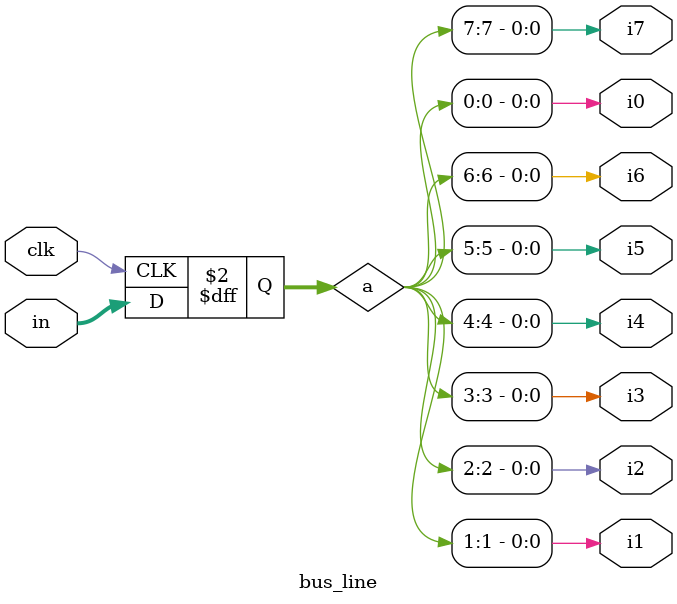
<source format=v>
`timescale 1 ns / 1 ps

module bus_line ( clk ,in,i0 ,i1 ,i2 ,i3 ,i4 ,i5 ,i6  ,i7 );

output i1 ;
wire i1 ;
output i2 ;
wire i2 ;
output i3 ;
wire i3 ;
output i4 ;
wire i4 ;
output i5 ;
wire i5 ;
output i6 ;
wire i6 ;
output i0 ;
wire i0 ;
output i7 ;
wire i7 ;

input clk ;
wire clk ;
input [7:0] in ;
wire [7:0] in ;


reg [7:0] a;

always@(posedge clk) a<=in;
	 	
	assign i0=a[0];
	assign i1=a[1];
	assign i2=a[2];
	assign i3=a[3];	  
	
	assign i4=a[4];
	assign i5=a[5];
	assign i6=a[6];
	assign i7=a[7];

endmodule


</source>
